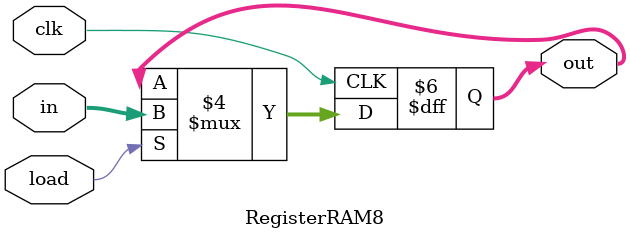
<source format=v>
module RegisterRAM8(
    input clk, load,
    input [15:0] in, 
    output reg [15:0] out = 0);

    always@(negedge clk)
        if (load)
            out = in;
endmodule


</source>
